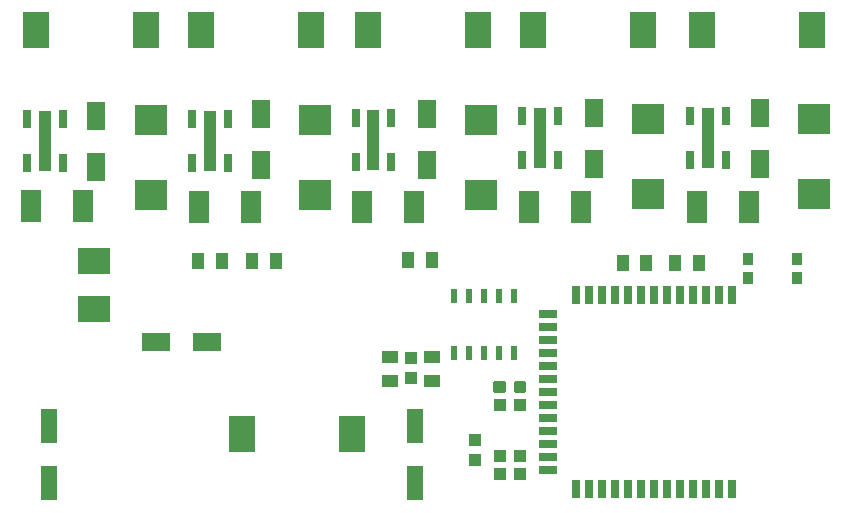
<source format=gbr>
G04 EAGLE Gerber RS-274X export*
G75*
%MOMM*%
%FSLAX34Y34*%
%LPD*%
%INSolderpaste Top*%
%IPPOS*%
%AMOC8*
5,1,8,0,0,1.08239X$1,22.5*%
G01*
%ADD10R,0.700000X1.500000*%
%ADD11R,1.000000X5.200000*%
%ADD12R,2.200000X3.100000*%
%ADD13R,1.550000X2.350000*%
%ADD14R,1.800000X2.700000*%
%ADD15R,2.700000X2.550000*%
%ADD16R,0.650000X1.500000*%
%ADD17R,1.500000X0.650000*%
%ADD18R,1.100000X1.400000*%
%ADD19R,1.100000X1.000000*%
%ADD20R,1.400000X3.000000*%
%ADD21R,2.350000X1.550000*%
%ADD22R,1.400000X1.100000*%
%ADD23R,1.000000X1.100000*%
%ADD24R,2.794000X2.286000*%
%ADD25R,0.508000X1.270000*%
%ADD26C,0.300000*%
%ADD27R,0.900000X1.000000*%


D10*
X64530Y394420D03*
X34530Y394420D03*
X64530Y357420D03*
X34530Y357420D03*
D11*
X49530Y375920D03*
D12*
X42400Y469900D03*
X135400Y469900D03*
D13*
X92710Y354420D03*
X92710Y397420D03*
D14*
X81690Y321310D03*
X37690Y321310D03*
D15*
X139700Y393650D03*
X139700Y330250D03*
D10*
X342660Y395690D03*
X312660Y395690D03*
X342660Y358690D03*
X312660Y358690D03*
D11*
X327660Y377190D03*
D12*
X323070Y469900D03*
X416070Y469900D03*
D13*
X373380Y355690D03*
X373380Y398690D03*
D14*
X362360Y320040D03*
X318360Y320040D03*
D15*
X419100Y393650D03*
X419100Y330250D03*
D10*
X204230Y394420D03*
X174230Y394420D03*
X204230Y357420D03*
X174230Y357420D03*
D11*
X189230Y375920D03*
D12*
X182100Y469900D03*
X275100Y469900D03*
D13*
X232410Y355690D03*
X232410Y398690D03*
D14*
X223930Y320040D03*
X179930Y320040D03*
D15*
X278130Y393650D03*
X278130Y330250D03*
D10*
X483630Y396960D03*
X453630Y396960D03*
X483630Y359960D03*
X453630Y359960D03*
D11*
X468630Y378460D03*
D12*
X462770Y469900D03*
X555770Y469900D03*
D13*
X514350Y356960D03*
X514350Y399960D03*
D14*
X503330Y320040D03*
X459330Y320040D03*
D15*
X560070Y394920D03*
X560070Y331520D03*
D10*
X625870Y396960D03*
X595870Y396960D03*
X625870Y359960D03*
X595870Y359960D03*
D11*
X610870Y378460D03*
D12*
X606280Y469900D03*
X699280Y469900D03*
D13*
X655320Y356960D03*
X655320Y399960D03*
D14*
X645570Y320040D03*
X601570Y320040D03*
D15*
X701040Y394920D03*
X701040Y331520D03*
D16*
X619940Y245590D03*
X608940Y245590D03*
X597940Y245590D03*
X586940Y245590D03*
X575940Y245590D03*
X564940Y245590D03*
X553940Y245590D03*
X542940Y245590D03*
X531940Y245590D03*
X520940Y245590D03*
X509940Y245590D03*
X498940Y245590D03*
D17*
X475440Y229390D03*
X475440Y218390D03*
X475440Y207390D03*
X475440Y196390D03*
X475440Y185390D03*
X475440Y174390D03*
X475440Y163390D03*
D16*
X630940Y245590D03*
X619940Y81690D03*
X608940Y81690D03*
X597940Y81690D03*
X586940Y81690D03*
X575940Y81690D03*
X564940Y81690D03*
X553940Y81690D03*
X542940Y81690D03*
X531940Y81690D03*
X520940Y81690D03*
X509940Y81690D03*
X498940Y81690D03*
X630940Y81690D03*
D17*
X475440Y152390D03*
X475440Y141390D03*
X475440Y130390D03*
X475440Y119390D03*
X475440Y108390D03*
X475440Y97390D03*
D18*
X179230Y274320D03*
X199230Y274320D03*
X357030Y275590D03*
X377030Y275590D03*
X224950Y274320D03*
X244950Y274320D03*
X538640Y273050D03*
X558640Y273050D03*
X603090Y273050D03*
X583090Y273050D03*
D19*
X451730Y109220D03*
X434730Y109220D03*
X451730Y93980D03*
X434730Y93980D03*
D12*
X216390Y128270D03*
X309390Y128270D03*
D20*
X363220Y134490D03*
X363220Y86490D03*
D21*
X186600Y205740D03*
X143600Y205740D03*
D20*
X53340Y86490D03*
X53340Y134490D03*
D22*
X341630Y192880D03*
X341630Y172880D03*
X377190Y172880D03*
X377190Y192880D03*
D23*
X359410Y192650D03*
X359410Y175650D03*
D24*
X91440Y274460D03*
X91440Y233540D03*
D23*
X414020Y122800D03*
X414020Y105800D03*
D25*
X421640Y196850D03*
X408940Y196850D03*
X396240Y196850D03*
X434340Y196850D03*
X447040Y196850D03*
X447040Y245110D03*
X434340Y245110D03*
X421640Y245110D03*
X408940Y245110D03*
X396240Y245110D03*
D26*
X437960Y171140D02*
X437960Y164140D01*
X430960Y164140D01*
X430960Y171140D01*
X437960Y171140D01*
X437960Y166990D02*
X430960Y166990D01*
X430960Y169840D02*
X437960Y169840D01*
X455500Y171140D02*
X455500Y164140D01*
X448500Y164140D01*
X448500Y171140D01*
X455500Y171140D01*
X455500Y166990D02*
X448500Y166990D01*
X448500Y169840D02*
X455500Y169840D01*
D27*
X644980Y259970D03*
X644980Y275970D03*
X685980Y275970D03*
X685980Y259970D03*
D19*
X451730Y152400D03*
X434730Y152400D03*
M02*

</source>
